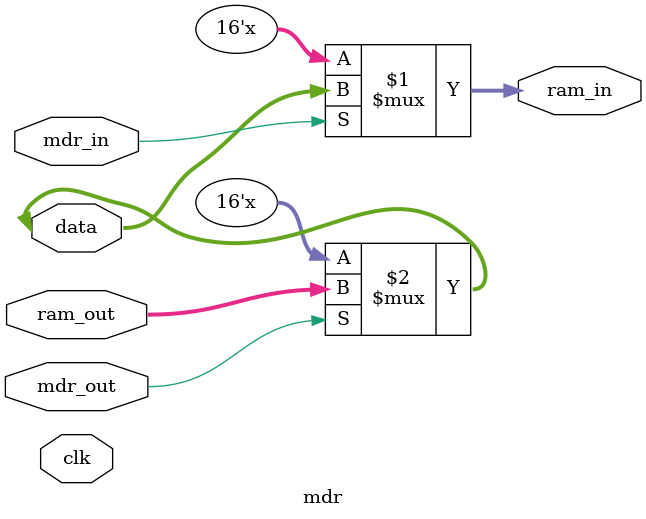
<source format=v>
module mdr (
    input wire clk,
    // input wire rst,
    input wire mdr_in,
    input wire mdr_out,
    inout wire [15:0] data,
    input wire [15:0] ram_out,
    output wire [15:0] ram_in
);

    // reg [15:0] internal_mdr;

    assign ram_in = mdr_in ? data : {16{1'bZ}};
    // assign data = mdr_out ? internal_mdr : {16{1'bZ}};
    assign data = mdr_out ? ram_out : {16{1'bZ}};

    // always @(posedge clk) begin
    //     if (mdr_out)
    //         internal_mdr <= ram_out;
    // end

endmodule
</source>
